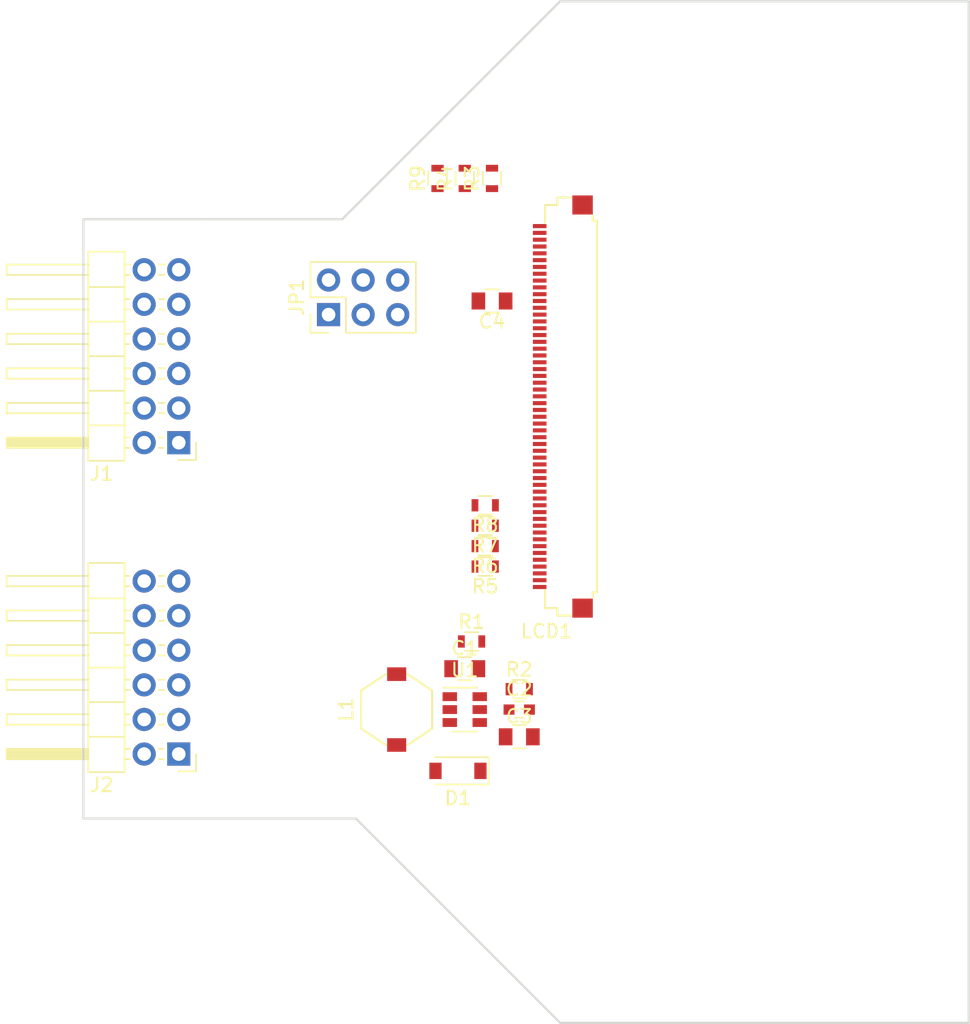
<source format=kicad_pcb>
(kicad_pcb (version 20170123) (host pcbnew "(2017-08-27 revision e3c64f1f0)-master")

  (general
    (thickness 1.6)
    (drawings 19)
    (tracks 0)
    (zones 0)
    (modules 20)
    (nets 38)
  )

  (page A4)
  (layers
    (0 F.Cu signal)
    (31 B.Cu signal)
    (32 B.Adhes user)
    (33 F.Adhes user)
    (34 B.Paste user)
    (35 F.Paste user)
    (36 B.SilkS user)
    (37 F.SilkS user)
    (38 B.Mask user)
    (39 F.Mask user)
    (40 Dwgs.User user)
    (41 Cmts.User user)
    (42 Eco1.User user)
    (43 Eco2.User user)
    (44 Edge.Cuts user)
    (45 Margin user)
    (46 B.CrtYd user)
    (47 F.CrtYd user)
    (48 B.Fab user)
    (49 F.Fab user)
  )

  (setup
    (last_trace_width 0.25)
    (trace_clearance 0)
    (zone_clearance 0.508)
    (zone_45_only no)
    (trace_min 0.2)
    (segment_width 0.2)
    (edge_width 0.15)
    (via_size 0.8)
    (via_drill 0.4)
    (via_min_size 0.4)
    (via_min_drill 0.3)
    (uvia_size 0.3)
    (uvia_drill 0.1)
    (uvias_allowed no)
    (uvia_min_size 0.2)
    (uvia_min_drill 0.1)
    (pcb_text_width 0.3)
    (pcb_text_size 1.5 1.5)
    (mod_edge_width 0.15)
    (mod_text_size 1 1)
    (mod_text_width 0.15)
    (pad_size 1.524 1.524)
    (pad_drill 0.762)
    (pad_to_mask_clearance 0.2)
    (aux_axis_origin 0 0)
    (visible_elements FFFFFF7F)
    (pcbplotparams
      (layerselection 0x00030_ffffffff)
      (usegerberextensions false)
      (excludeedgelayer true)
      (linewidth 0.100000)
      (plotframeref false)
      (viasonmask false)
      (mode 1)
      (useauxorigin false)
      (hpglpennumber 1)
      (hpglpenspeed 20)
      (hpglpendiameter 15)
      (psnegative false)
      (psa4output false)
      (plotreference true)
      (plotvalue true)
      (plotinvisibletext false)
      (padsonsilk false)
      (subtractmaskfromsilk false)
      (outputformat 1)
      (mirror false)
      (drillshape 1)
      (scaleselection 1)
      (outputdirectory ""))
  )

  (net 0 "")
  (net 1 "Net-(C2-Pad1)")
  (net 2 /VBL-)
  (net 3 GND)
  (net 4 "Net-(D1-Pad2)")
  (net 5 "Net-(R1-Pad1)")
  (net 6 +3V3)
  (net 7 /IF0)
  (net 8 /SPDAT)
  (net 9 /SPCLK)
  (net 10 /SPENA)
  (net 11 /~RESET)
  (net 12 /IF1)
  (net 13 /IF2)
  (net 14 /DEN)
  (net 15 /DCLK)
  (net 16 /VSYNC)
  (net 17 /HSYNC)
  (net 18 /DX0)
  (net 19 /DX1)
  (net 20 /DX2)
  (net 21 /DX3)
  (net 22 /DX4)
  (net 23 /DX5)
  (net 24 /DX6)
  (net 25 /DX7)
  (net 26 /VBL+)
  (net 27 "Net-(LCD1-Pad51)")
  (net 28 "Net-(LCD1-Pad47)")
  (net 29 "Net-(LCD1-Pad46)")
  (net 30 "Net-(LCD1-Pad45)")
  (net 31 "Net-(LCD1-Pad44)")
  (net 32 "Net-(LCD1-Pad43)")
  (net 33 "Net-(LCD1-Pad40)")
  (net 34 "Net-(LCD1-Pad39)")
  (net 35 "Net-(LCD1-Pad7)")
  (net 36 "Net-(LCD1-Pad6)")
  (net 37 "Net-(LCD1-Pad5)")

  (net_class Default "This is the default net class."
    (clearance 0)
    (trace_width 0.25)
    (via_dia 0.8)
    (via_drill 0.4)
    (uvia_dia 0.3)
    (uvia_drill 0.1)
    (add_net +3V3)
    (add_net /DCLK)
    (add_net /DEN)
    (add_net /DX0)
    (add_net /DX1)
    (add_net /DX2)
    (add_net /DX3)
    (add_net /DX4)
    (add_net /DX5)
    (add_net /DX6)
    (add_net /DX7)
    (add_net /HSYNC)
    (add_net /IF0)
    (add_net /IF1)
    (add_net /IF2)
    (add_net /SPCLK)
    (add_net /SPDAT)
    (add_net /SPENA)
    (add_net /VBL+)
    (add_net /VBL-)
    (add_net /VSYNC)
    (add_net /~RESET)
    (add_net GND)
    (add_net "Net-(C2-Pad1)")
    (add_net "Net-(D1-Pad2)")
    (add_net "Net-(LCD1-Pad39)")
    (add_net "Net-(LCD1-Pad40)")
    (add_net "Net-(LCD1-Pad43)")
    (add_net "Net-(LCD1-Pad44)")
    (add_net "Net-(LCD1-Pad45)")
    (add_net "Net-(LCD1-Pad46)")
    (add_net "Net-(LCD1-Pad47)")
    (add_net "Net-(LCD1-Pad5)")
    (add_net "Net-(LCD1-Pad51)")
    (add_net "Net-(LCD1-Pad6)")
    (add_net "Net-(LCD1-Pad7)")
    (add_net "Net-(R1-Pad1)")
  )

  (module "Custom Parts:PMOD_2x06_2.54mm" (layer F.Cu) (tedit 5A4A9F9F) (tstamp 5A4AAEAE)
    (at 114 65.405 180)
    (descr "Through hole angled pin header, 2x06, 2.54mm pitch, 6mm pin length, double rows")
    (tags "Through hole angled pin header THT 2x06 2.54mm double row")
    (path /5A4AA63D)
    (fp_text reference J1 (at 5.655 -2.27 180) (layer F.SilkS)
      (effects (font (size 1 1) (thickness 0.15)))
    )
    (fp_text value PMOD_0 (at 5.655 14.97 180) (layer F.Fab)
      (effects (font (size 1 1) (thickness 0.15)))
    )
    (fp_line (start 4.675 -1.27) (end 6.58 -1.27) (layer F.Fab) (width 0.1))
    (fp_line (start 6.58 -1.27) (end 6.58 13.97) (layer F.Fab) (width 0.1))
    (fp_line (start 6.58 13.97) (end 4.04 13.97) (layer F.Fab) (width 0.1))
    (fp_line (start 4.04 13.97) (end 4.04 -0.635) (layer F.Fab) (width 0.1))
    (fp_line (start 4.04 -0.635) (end 4.675 -1.27) (layer F.Fab) (width 0.1))
    (fp_line (start -0.32 -0.32) (end 4.04 -0.32) (layer F.Fab) (width 0.1))
    (fp_line (start -0.32 -0.32) (end -0.32 0.32) (layer F.Fab) (width 0.1))
    (fp_line (start -0.32 0.32) (end 4.04 0.32) (layer F.Fab) (width 0.1))
    (fp_line (start 6.58 -0.32) (end 12.58 -0.32) (layer F.Fab) (width 0.1))
    (fp_line (start 12.58 -0.32) (end 12.58 0.32) (layer F.Fab) (width 0.1))
    (fp_line (start 6.58 0.32) (end 12.58 0.32) (layer F.Fab) (width 0.1))
    (fp_line (start -0.32 2.22) (end 4.04 2.22) (layer F.Fab) (width 0.1))
    (fp_line (start -0.32 2.22) (end -0.32 2.86) (layer F.Fab) (width 0.1))
    (fp_line (start -0.32 2.86) (end 4.04 2.86) (layer F.Fab) (width 0.1))
    (fp_line (start 6.58 2.22) (end 12.58 2.22) (layer F.Fab) (width 0.1))
    (fp_line (start 12.58 2.22) (end 12.58 2.86) (layer F.Fab) (width 0.1))
    (fp_line (start 6.58 2.86) (end 12.58 2.86) (layer F.Fab) (width 0.1))
    (fp_line (start -0.32 4.76) (end 4.04 4.76) (layer F.Fab) (width 0.1))
    (fp_line (start -0.32 4.76) (end -0.32 5.4) (layer F.Fab) (width 0.1))
    (fp_line (start -0.32 5.4) (end 4.04 5.4) (layer F.Fab) (width 0.1))
    (fp_line (start 6.58 4.76) (end 12.58 4.76) (layer F.Fab) (width 0.1))
    (fp_line (start 12.58 4.76) (end 12.58 5.4) (layer F.Fab) (width 0.1))
    (fp_line (start 6.58 5.4) (end 12.58 5.4) (layer F.Fab) (width 0.1))
    (fp_line (start -0.32 7.3) (end 4.04 7.3) (layer F.Fab) (width 0.1))
    (fp_line (start -0.32 7.3) (end -0.32 7.94) (layer F.Fab) (width 0.1))
    (fp_line (start -0.32 7.94) (end 4.04 7.94) (layer F.Fab) (width 0.1))
    (fp_line (start 6.58 7.3) (end 12.58 7.3) (layer F.Fab) (width 0.1))
    (fp_line (start 12.58 7.3) (end 12.58 7.94) (layer F.Fab) (width 0.1))
    (fp_line (start 6.58 7.94) (end 12.58 7.94) (layer F.Fab) (width 0.1))
    (fp_line (start -0.32 9.84) (end 4.04 9.84) (layer F.Fab) (width 0.1))
    (fp_line (start -0.32 9.84) (end -0.32 10.48) (layer F.Fab) (width 0.1))
    (fp_line (start -0.32 10.48) (end 4.04 10.48) (layer F.Fab) (width 0.1))
    (fp_line (start 6.58 9.84) (end 12.58 9.84) (layer F.Fab) (width 0.1))
    (fp_line (start 12.58 9.84) (end 12.58 10.48) (layer F.Fab) (width 0.1))
    (fp_line (start 6.58 10.48) (end 12.58 10.48) (layer F.Fab) (width 0.1))
    (fp_line (start -0.32 12.38) (end 4.04 12.38) (layer F.Fab) (width 0.1))
    (fp_line (start -0.32 12.38) (end -0.32 13.02) (layer F.Fab) (width 0.1))
    (fp_line (start -0.32 13.02) (end 4.04 13.02) (layer F.Fab) (width 0.1))
    (fp_line (start 6.58 12.38) (end 12.58 12.38) (layer F.Fab) (width 0.1))
    (fp_line (start 12.58 12.38) (end 12.58 13.02) (layer F.Fab) (width 0.1))
    (fp_line (start 6.58 13.02) (end 12.58 13.02) (layer F.Fab) (width 0.1))
    (fp_line (start 3.98 -1.33) (end 3.98 14.03) (layer F.SilkS) (width 0.12))
    (fp_line (start 3.98 14.03) (end 6.64 14.03) (layer F.SilkS) (width 0.12))
    (fp_line (start 6.64 14.03) (end 6.64 -1.33) (layer F.SilkS) (width 0.12))
    (fp_line (start 6.64 -1.33) (end 3.98 -1.33) (layer F.SilkS) (width 0.12))
    (fp_line (start 6.64 -0.38) (end 12.64 -0.38) (layer F.SilkS) (width 0.12))
    (fp_line (start 12.64 -0.38) (end 12.64 0.38) (layer F.SilkS) (width 0.12))
    (fp_line (start 12.64 0.38) (end 6.64 0.38) (layer F.SilkS) (width 0.12))
    (fp_line (start 6.64 -0.32) (end 12.64 -0.32) (layer F.SilkS) (width 0.12))
    (fp_line (start 6.64 -0.2) (end 12.64 -0.2) (layer F.SilkS) (width 0.12))
    (fp_line (start 6.64 -0.08) (end 12.64 -0.08) (layer F.SilkS) (width 0.12))
    (fp_line (start 6.64 0.04) (end 12.64 0.04) (layer F.SilkS) (width 0.12))
    (fp_line (start 6.64 0.16) (end 12.64 0.16) (layer F.SilkS) (width 0.12))
    (fp_line (start 6.64 0.28) (end 12.64 0.28) (layer F.SilkS) (width 0.12))
    (fp_line (start 3.582929 -0.38) (end 3.98 -0.38) (layer F.SilkS) (width 0.12))
    (fp_line (start 3.582929 0.38) (end 3.98 0.38) (layer F.SilkS) (width 0.12))
    (fp_line (start 1.11 -0.38) (end 1.497071 -0.38) (layer F.SilkS) (width 0.12))
    (fp_line (start 1.11 0.38) (end 1.497071 0.38) (layer F.SilkS) (width 0.12))
    (fp_line (start 3.98 1.27) (end 6.64 1.27) (layer F.SilkS) (width 0.12))
    (fp_line (start 6.64 2.16) (end 12.64 2.16) (layer F.SilkS) (width 0.12))
    (fp_line (start 12.64 2.16) (end 12.64 2.92) (layer F.SilkS) (width 0.12))
    (fp_line (start 12.64 2.92) (end 6.64 2.92) (layer F.SilkS) (width 0.12))
    (fp_line (start 3.582929 2.16) (end 3.98 2.16) (layer F.SilkS) (width 0.12))
    (fp_line (start 3.582929 2.92) (end 3.98 2.92) (layer F.SilkS) (width 0.12))
    (fp_line (start 1.042929 2.16) (end 1.497071 2.16) (layer F.SilkS) (width 0.12))
    (fp_line (start 1.042929 2.92) (end 1.497071 2.92) (layer F.SilkS) (width 0.12))
    (fp_line (start 3.98 3.81) (end 6.64 3.81) (layer F.SilkS) (width 0.12))
    (fp_line (start 6.64 4.7) (end 12.64 4.7) (layer F.SilkS) (width 0.12))
    (fp_line (start 12.64 4.7) (end 12.64 5.46) (layer F.SilkS) (width 0.12))
    (fp_line (start 12.64 5.46) (end 6.64 5.46) (layer F.SilkS) (width 0.12))
    (fp_line (start 3.582929 4.7) (end 3.98 4.7) (layer F.SilkS) (width 0.12))
    (fp_line (start 3.582929 5.46) (end 3.98 5.46) (layer F.SilkS) (width 0.12))
    (fp_line (start 1.042929 4.7) (end 1.497071 4.7) (layer F.SilkS) (width 0.12))
    (fp_line (start 1.042929 5.46) (end 1.497071 5.46) (layer F.SilkS) (width 0.12))
    (fp_line (start 3.98 6.35) (end 6.64 6.35) (layer F.SilkS) (width 0.12))
    (fp_line (start 6.64 7.24) (end 12.64 7.24) (layer F.SilkS) (width 0.12))
    (fp_line (start 12.64 7.24) (end 12.64 8) (layer F.SilkS) (width 0.12))
    (fp_line (start 12.64 8) (end 6.64 8) (layer F.SilkS) (width 0.12))
    (fp_line (start 3.582929 7.24) (end 3.98 7.24) (layer F.SilkS) (width 0.12))
    (fp_line (start 3.582929 8) (end 3.98 8) (layer F.SilkS) (width 0.12))
    (fp_line (start 1.042929 7.24) (end 1.497071 7.24) (layer F.SilkS) (width 0.12))
    (fp_line (start 1.042929 8) (end 1.497071 8) (layer F.SilkS) (width 0.12))
    (fp_line (start 3.98 8.89) (end 6.64 8.89) (layer F.SilkS) (width 0.12))
    (fp_line (start 6.64 9.78) (end 12.64 9.78) (layer F.SilkS) (width 0.12))
    (fp_line (start 12.64 9.78) (end 12.64 10.54) (layer F.SilkS) (width 0.12))
    (fp_line (start 12.64 10.54) (end 6.64 10.54) (layer F.SilkS) (width 0.12))
    (fp_line (start 3.582929 9.78) (end 3.98 9.78) (layer F.SilkS) (width 0.12))
    (fp_line (start 3.582929 10.54) (end 3.98 10.54) (layer F.SilkS) (width 0.12))
    (fp_line (start 1.042929 9.78) (end 1.497071 9.78) (layer F.SilkS) (width 0.12))
    (fp_line (start 1.042929 10.54) (end 1.497071 10.54) (layer F.SilkS) (width 0.12))
    (fp_line (start 3.98 11.43) (end 6.64 11.43) (layer F.SilkS) (width 0.12))
    (fp_line (start 6.64 12.32) (end 12.64 12.32) (layer F.SilkS) (width 0.12))
    (fp_line (start 12.64 12.32) (end 12.64 13.08) (layer F.SilkS) (width 0.12))
    (fp_line (start 12.64 13.08) (end 6.64 13.08) (layer F.SilkS) (width 0.12))
    (fp_line (start 3.582929 12.32) (end 3.98 12.32) (layer F.SilkS) (width 0.12))
    (fp_line (start 3.582929 13.08) (end 3.98 13.08) (layer F.SilkS) (width 0.12))
    (fp_line (start 1.042929 12.32) (end 1.497071 12.32) (layer F.SilkS) (width 0.12))
    (fp_line (start 1.042929 13.08) (end 1.497071 13.08) (layer F.SilkS) (width 0.12))
    (fp_line (start -1.27 0) (end -1.27 -1.27) (layer F.SilkS) (width 0.12))
    (fp_line (start -1.27 -1.27) (end 0 -1.27) (layer F.SilkS) (width 0.12))
    (fp_line (start -1.8 -1.8) (end -1.8 14.5) (layer F.CrtYd) (width 0.05))
    (fp_line (start -1.8 14.5) (end 13.1 14.5) (layer F.CrtYd) (width 0.05))
    (fp_line (start 13.1 14.5) (end 13.1 -1.8) (layer F.CrtYd) (width 0.05))
    (fp_line (start 13.1 -1.8) (end -1.8 -1.8) (layer F.CrtYd) (width 0.05))
    (fp_text user %R (at 5.31 6.35 270) (layer F.Fab)
      (effects (font (size 1 1) (thickness 0.15)))
    )
    (pad 6 thru_hole rect (at 0 0 180) (size 1.7 1.7) (drill 1) (layers *.Cu *.Mask)
      (net 6 +3V3))
    (pad 12 thru_hole oval (at 2.54 0 180) (size 1.7 1.7) (drill 1) (layers *.Cu *.Mask)
      (net 6 +3V3))
    (pad 5 thru_hole oval (at 0 2.54 180) (size 1.7 1.7) (drill 1) (layers *.Cu *.Mask)
      (net 3 GND))
    (pad 11 thru_hole oval (at 2.54 2.54 180) (size 1.7 1.7) (drill 1) (layers *.Cu *.Mask)
      (net 3 GND))
    (pad 4 thru_hole oval (at 0 5.08 180) (size 1.7 1.7) (drill 1) (layers *.Cu *.Mask)
      (net 10 /SPENA))
    (pad 10 thru_hole oval (at 2.54 5.08 180) (size 1.7 1.7) (drill 1) (layers *.Cu *.Mask)
      (net 11 /~RESET))
    (pad 3 thru_hole oval (at 0 7.62 180) (size 1.7 1.7) (drill 1) (layers *.Cu *.Mask)
      (net 8 /SPDAT))
    (pad 9 thru_hole oval (at 2.54 7.62 180) (size 1.7 1.7) (drill 1) (layers *.Cu *.Mask)
      (net 9 /SPCLK))
    (pad 2 thru_hole oval (at 0 10.16 180) (size 1.7 1.7) (drill 1) (layers *.Cu *.Mask)
      (net 16 /VSYNC))
    (pad 8 thru_hole oval (at 2.54 10.16 180) (size 1.7 1.7) (drill 1) (layers *.Cu *.Mask)
      (net 17 /HSYNC))
    (pad 1 thru_hole oval (at 0 12.7 180) (size 1.7 1.7) (drill 1) (layers *.Cu *.Mask)
      (net 15 /DCLK))
    (pad 7 thru_hole oval (at 2.54 12.7 180) (size 1.7 1.7) (drill 1) (layers *.Cu *.Mask)
      (net 14 /DEN))
    (model ${KISYS3DMOD}/Pin_Headers.3dshapes/Pin_Header_Angled_2x06_Pitch2.54mm.wrl
      (at (xyz 0 0 0))
      (scale (xyz 1 1 1))
      (rotate (xyz 0 0 0))
    )
  )

  (module "Custom Parts:PMOD_2x06_2.54mm" (layer F.Cu) (tedit 5A4A9F9F) (tstamp 5A4AAE36)
    (at 114 88.265 180)
    (descr "Through hole angled pin header, 2x06, 2.54mm pitch, 6mm pin length, double rows")
    (tags "Through hole angled pin header THT 2x06 2.54mm double row")
    (path /5A4AB6FC)
    (fp_text reference J2 (at 5.655 -2.27 180) (layer F.SilkS)
      (effects (font (size 1 1) (thickness 0.15)))
    )
    (fp_text value PMOD_1 (at 5.655 14.97 180) (layer F.Fab)
      (effects (font (size 1 1) (thickness 0.15)))
    )
    (fp_text user %R (at 5.31 6.35 270) (layer F.Fab)
      (effects (font (size 1 1) (thickness 0.15)))
    )
    (fp_line (start 13.1 -1.8) (end -1.8 -1.8) (layer F.CrtYd) (width 0.05))
    (fp_line (start 13.1 14.5) (end 13.1 -1.8) (layer F.CrtYd) (width 0.05))
    (fp_line (start -1.8 14.5) (end 13.1 14.5) (layer F.CrtYd) (width 0.05))
    (fp_line (start -1.8 -1.8) (end -1.8 14.5) (layer F.CrtYd) (width 0.05))
    (fp_line (start -1.27 -1.27) (end 0 -1.27) (layer F.SilkS) (width 0.12))
    (fp_line (start -1.27 0) (end -1.27 -1.27) (layer F.SilkS) (width 0.12))
    (fp_line (start 1.042929 13.08) (end 1.497071 13.08) (layer F.SilkS) (width 0.12))
    (fp_line (start 1.042929 12.32) (end 1.497071 12.32) (layer F.SilkS) (width 0.12))
    (fp_line (start 3.582929 13.08) (end 3.98 13.08) (layer F.SilkS) (width 0.12))
    (fp_line (start 3.582929 12.32) (end 3.98 12.32) (layer F.SilkS) (width 0.12))
    (fp_line (start 12.64 13.08) (end 6.64 13.08) (layer F.SilkS) (width 0.12))
    (fp_line (start 12.64 12.32) (end 12.64 13.08) (layer F.SilkS) (width 0.12))
    (fp_line (start 6.64 12.32) (end 12.64 12.32) (layer F.SilkS) (width 0.12))
    (fp_line (start 3.98 11.43) (end 6.64 11.43) (layer F.SilkS) (width 0.12))
    (fp_line (start 1.042929 10.54) (end 1.497071 10.54) (layer F.SilkS) (width 0.12))
    (fp_line (start 1.042929 9.78) (end 1.497071 9.78) (layer F.SilkS) (width 0.12))
    (fp_line (start 3.582929 10.54) (end 3.98 10.54) (layer F.SilkS) (width 0.12))
    (fp_line (start 3.582929 9.78) (end 3.98 9.78) (layer F.SilkS) (width 0.12))
    (fp_line (start 12.64 10.54) (end 6.64 10.54) (layer F.SilkS) (width 0.12))
    (fp_line (start 12.64 9.78) (end 12.64 10.54) (layer F.SilkS) (width 0.12))
    (fp_line (start 6.64 9.78) (end 12.64 9.78) (layer F.SilkS) (width 0.12))
    (fp_line (start 3.98 8.89) (end 6.64 8.89) (layer F.SilkS) (width 0.12))
    (fp_line (start 1.042929 8) (end 1.497071 8) (layer F.SilkS) (width 0.12))
    (fp_line (start 1.042929 7.24) (end 1.497071 7.24) (layer F.SilkS) (width 0.12))
    (fp_line (start 3.582929 8) (end 3.98 8) (layer F.SilkS) (width 0.12))
    (fp_line (start 3.582929 7.24) (end 3.98 7.24) (layer F.SilkS) (width 0.12))
    (fp_line (start 12.64 8) (end 6.64 8) (layer F.SilkS) (width 0.12))
    (fp_line (start 12.64 7.24) (end 12.64 8) (layer F.SilkS) (width 0.12))
    (fp_line (start 6.64 7.24) (end 12.64 7.24) (layer F.SilkS) (width 0.12))
    (fp_line (start 3.98 6.35) (end 6.64 6.35) (layer F.SilkS) (width 0.12))
    (fp_line (start 1.042929 5.46) (end 1.497071 5.46) (layer F.SilkS) (width 0.12))
    (fp_line (start 1.042929 4.7) (end 1.497071 4.7) (layer F.SilkS) (width 0.12))
    (fp_line (start 3.582929 5.46) (end 3.98 5.46) (layer F.SilkS) (width 0.12))
    (fp_line (start 3.582929 4.7) (end 3.98 4.7) (layer F.SilkS) (width 0.12))
    (fp_line (start 12.64 5.46) (end 6.64 5.46) (layer F.SilkS) (width 0.12))
    (fp_line (start 12.64 4.7) (end 12.64 5.46) (layer F.SilkS) (width 0.12))
    (fp_line (start 6.64 4.7) (end 12.64 4.7) (layer F.SilkS) (width 0.12))
    (fp_line (start 3.98 3.81) (end 6.64 3.81) (layer F.SilkS) (width 0.12))
    (fp_line (start 1.042929 2.92) (end 1.497071 2.92) (layer F.SilkS) (width 0.12))
    (fp_line (start 1.042929 2.16) (end 1.497071 2.16) (layer F.SilkS) (width 0.12))
    (fp_line (start 3.582929 2.92) (end 3.98 2.92) (layer F.SilkS) (width 0.12))
    (fp_line (start 3.582929 2.16) (end 3.98 2.16) (layer F.SilkS) (width 0.12))
    (fp_line (start 12.64 2.92) (end 6.64 2.92) (layer F.SilkS) (width 0.12))
    (fp_line (start 12.64 2.16) (end 12.64 2.92) (layer F.SilkS) (width 0.12))
    (fp_line (start 6.64 2.16) (end 12.64 2.16) (layer F.SilkS) (width 0.12))
    (fp_line (start 3.98 1.27) (end 6.64 1.27) (layer F.SilkS) (width 0.12))
    (fp_line (start 1.11 0.38) (end 1.497071 0.38) (layer F.SilkS) (width 0.12))
    (fp_line (start 1.11 -0.38) (end 1.497071 -0.38) (layer F.SilkS) (width 0.12))
    (fp_line (start 3.582929 0.38) (end 3.98 0.38) (layer F.SilkS) (width 0.12))
    (fp_line (start 3.582929 -0.38) (end 3.98 -0.38) (layer F.SilkS) (width 0.12))
    (fp_line (start 6.64 0.28) (end 12.64 0.28) (layer F.SilkS) (width 0.12))
    (fp_line (start 6.64 0.16) (end 12.64 0.16) (layer F.SilkS) (width 0.12))
    (fp_line (start 6.64 0.04) (end 12.64 0.04) (layer F.SilkS) (width 0.12))
    (fp_line (start 6.64 -0.08) (end 12.64 -0.08) (layer F.SilkS) (width 0.12))
    (fp_line (start 6.64 -0.2) (end 12.64 -0.2) (layer F.SilkS) (width 0.12))
    (fp_line (start 6.64 -0.32) (end 12.64 -0.32) (layer F.SilkS) (width 0.12))
    (fp_line (start 12.64 0.38) (end 6.64 0.38) (layer F.SilkS) (width 0.12))
    (fp_line (start 12.64 -0.38) (end 12.64 0.38) (layer F.SilkS) (width 0.12))
    (fp_line (start 6.64 -0.38) (end 12.64 -0.38) (layer F.SilkS) (width 0.12))
    (fp_line (start 6.64 -1.33) (end 3.98 -1.33) (layer F.SilkS) (width 0.12))
    (fp_line (start 6.64 14.03) (end 6.64 -1.33) (layer F.SilkS) (width 0.12))
    (fp_line (start 3.98 14.03) (end 6.64 14.03) (layer F.SilkS) (width 0.12))
    (fp_line (start 3.98 -1.33) (end 3.98 14.03) (layer F.SilkS) (width 0.12))
    (fp_line (start 6.58 13.02) (end 12.58 13.02) (layer F.Fab) (width 0.1))
    (fp_line (start 12.58 12.38) (end 12.58 13.02) (layer F.Fab) (width 0.1))
    (fp_line (start 6.58 12.38) (end 12.58 12.38) (layer F.Fab) (width 0.1))
    (fp_line (start -0.32 13.02) (end 4.04 13.02) (layer F.Fab) (width 0.1))
    (fp_line (start -0.32 12.38) (end -0.32 13.02) (layer F.Fab) (width 0.1))
    (fp_line (start -0.32 12.38) (end 4.04 12.38) (layer F.Fab) (width 0.1))
    (fp_line (start 6.58 10.48) (end 12.58 10.48) (layer F.Fab) (width 0.1))
    (fp_line (start 12.58 9.84) (end 12.58 10.48) (layer F.Fab) (width 0.1))
    (fp_line (start 6.58 9.84) (end 12.58 9.84) (layer F.Fab) (width 0.1))
    (fp_line (start -0.32 10.48) (end 4.04 10.48) (layer F.Fab) (width 0.1))
    (fp_line (start -0.32 9.84) (end -0.32 10.48) (layer F.Fab) (width 0.1))
    (fp_line (start -0.32 9.84) (end 4.04 9.84) (layer F.Fab) (width 0.1))
    (fp_line (start 6.58 7.94) (end 12.58 7.94) (layer F.Fab) (width 0.1))
    (fp_line (start 12.58 7.3) (end 12.58 7.94) (layer F.Fab) (width 0.1))
    (fp_line (start 6.58 7.3) (end 12.58 7.3) (layer F.Fab) (width 0.1))
    (fp_line (start -0.32 7.94) (end 4.04 7.94) (layer F.Fab) (width 0.1))
    (fp_line (start -0.32 7.3) (end -0.32 7.94) (layer F.Fab) (width 0.1))
    (fp_line (start -0.32 7.3) (end 4.04 7.3) (layer F.Fab) (width 0.1))
    (fp_line (start 6.58 5.4) (end 12.58 5.4) (layer F.Fab) (width 0.1))
    (fp_line (start 12.58 4.76) (end 12.58 5.4) (layer F.Fab) (width 0.1))
    (fp_line (start 6.58 4.76) (end 12.58 4.76) (layer F.Fab) (width 0.1))
    (fp_line (start -0.32 5.4) (end 4.04 5.4) (layer F.Fab) (width 0.1))
    (fp_line (start -0.32 4.76) (end -0.32 5.4) (layer F.Fab) (width 0.1))
    (fp_line (start -0.32 4.76) (end 4.04 4.76) (layer F.Fab) (width 0.1))
    (fp_line (start 6.58 2.86) (end 12.58 2.86) (layer F.Fab) (width 0.1))
    (fp_line (start 12.58 2.22) (end 12.58 2.86) (layer F.Fab) (width 0.1))
    (fp_line (start 6.58 2.22) (end 12.58 2.22) (layer F.Fab) (width 0.1))
    (fp_line (start -0.32 2.86) (end 4.04 2.86) (layer F.Fab) (width 0.1))
    (fp_line (start -0.32 2.22) (end -0.32 2.86) (layer F.Fab) (width 0.1))
    (fp_line (start -0.32 2.22) (end 4.04 2.22) (layer F.Fab) (width 0.1))
    (fp_line (start 6.58 0.32) (end 12.58 0.32) (layer F.Fab) (width 0.1))
    (fp_line (start 12.58 -0.32) (end 12.58 0.32) (layer F.Fab) (width 0.1))
    (fp_line (start 6.58 -0.32) (end 12.58 -0.32) (layer F.Fab) (width 0.1))
    (fp_line (start -0.32 0.32) (end 4.04 0.32) (layer F.Fab) (width 0.1))
    (fp_line (start -0.32 -0.32) (end -0.32 0.32) (layer F.Fab) (width 0.1))
    (fp_line (start -0.32 -0.32) (end 4.04 -0.32) (layer F.Fab) (width 0.1))
    (fp_line (start 4.04 -0.635) (end 4.675 -1.27) (layer F.Fab) (width 0.1))
    (fp_line (start 4.04 13.97) (end 4.04 -0.635) (layer F.Fab) (width 0.1))
    (fp_line (start 6.58 13.97) (end 4.04 13.97) (layer F.Fab) (width 0.1))
    (fp_line (start 6.58 -1.27) (end 6.58 13.97) (layer F.Fab) (width 0.1))
    (fp_line (start 4.675 -1.27) (end 6.58 -1.27) (layer F.Fab) (width 0.1))
    (pad 7 thru_hole oval (at 2.54 12.7 180) (size 1.7 1.7) (drill 1) (layers *.Cu *.Mask)
      (net 25 /DX7))
    (pad 1 thru_hole oval (at 0 12.7 180) (size 1.7 1.7) (drill 1) (layers *.Cu *.Mask)
      (net 24 /DX6))
    (pad 8 thru_hole oval (at 2.54 10.16 180) (size 1.7 1.7) (drill 1) (layers *.Cu *.Mask)
      (net 23 /DX5))
    (pad 2 thru_hole oval (at 0 10.16 180) (size 1.7 1.7) (drill 1) (layers *.Cu *.Mask)
      (net 22 /DX4))
    (pad 9 thru_hole oval (at 2.54 7.62 180) (size 1.7 1.7) (drill 1) (layers *.Cu *.Mask)
      (net 21 /DX3))
    (pad 3 thru_hole oval (at 0 7.62 180) (size 1.7 1.7) (drill 1) (layers *.Cu *.Mask)
      (net 20 /DX2))
    (pad 10 thru_hole oval (at 2.54 5.08 180) (size 1.7 1.7) (drill 1) (layers *.Cu *.Mask)
      (net 19 /DX1))
    (pad 4 thru_hole oval (at 0 5.08 180) (size 1.7 1.7) (drill 1) (layers *.Cu *.Mask)
      (net 18 /DX0))
    (pad 11 thru_hole oval (at 2.54 2.54 180) (size 1.7 1.7) (drill 1) (layers *.Cu *.Mask)
      (net 3 GND))
    (pad 5 thru_hole oval (at 0 2.54 180) (size 1.7 1.7) (drill 1) (layers *.Cu *.Mask)
      (net 3 GND))
    (pad 12 thru_hole oval (at 2.54 0 180) (size 1.7 1.7) (drill 1) (layers *.Cu *.Mask)
      (net 6 +3V3))
    (pad 6 thru_hole rect (at 0 0 180) (size 1.7 1.7) (drill 1) (layers *.Cu *.Mask)
      (net 6 +3V3))
    (model ${KISYS3DMOD}/Pin_Headers.3dshapes/Pin_Header_Angled_2x06_Pitch2.54mm.wrl
      (at (xyz 0 0 0))
      (scale (xyz 1 1 1))
      (rotate (xyz 0 0 0))
    )
  )

  (module Capacitors_SMD:C_0603 (layer F.Cu) (tedit 59958EE7) (tstamp 5A4B8C2F)
    (at 139 85)
    (descr "Capacitor SMD 0603, reflow soldering, AVX (see smccp.pdf)")
    (tags "capacitor 0603")
    (path /5A4ACA81)
    (attr smd)
    (fp_text reference C2 (at 0 -1.5) (layer F.SilkS)
      (effects (font (size 1 1) (thickness 0.15)))
    )
    (fp_text value 220n (at 0 1.5) (layer F.Fab)
      (effects (font (size 1 1) (thickness 0.15)))
    )
    (fp_text user %R (at 0 0) (layer F.Fab)
      (effects (font (size 0.3 0.3) (thickness 0.075)))
    )
    (fp_line (start -0.8 0.4) (end -0.8 -0.4) (layer F.Fab) (width 0.1))
    (fp_line (start 0.8 0.4) (end -0.8 0.4) (layer F.Fab) (width 0.1))
    (fp_line (start 0.8 -0.4) (end 0.8 0.4) (layer F.Fab) (width 0.1))
    (fp_line (start -0.8 -0.4) (end 0.8 -0.4) (layer F.Fab) (width 0.1))
    (fp_line (start -0.35 -0.6) (end 0.35 -0.6) (layer F.SilkS) (width 0.12))
    (fp_line (start 0.35 0.6) (end -0.35 0.6) (layer F.SilkS) (width 0.12))
    (fp_line (start -1.4 -0.65) (end 1.4 -0.65) (layer F.CrtYd) (width 0.05))
    (fp_line (start -1.4 -0.65) (end -1.4 0.65) (layer F.CrtYd) (width 0.05))
    (fp_line (start 1.4 0.65) (end 1.4 -0.65) (layer F.CrtYd) (width 0.05))
    (fp_line (start 1.4 0.65) (end -1.4 0.65) (layer F.CrtYd) (width 0.05))
    (pad 1 smd rect (at -0.75 0) (size 0.8 0.75) (layers F.Cu F.Paste F.Mask)
      (net 1 "Net-(C2-Pad1)"))
    (pad 2 smd rect (at 0.75 0) (size 0.8 0.75) (layers F.Cu F.Paste F.Mask)
      (net 3 GND))
    (model Capacitors_SMD.3dshapes/C_0603.wrl
      (at (xyz 0 0 0))
      (scale (xyz 1 1 1))
      (rotate (xyz 0 0 0))
    )
  )

  (module Capacitors_SMD:C_0805 (layer F.Cu) (tedit 58AA8463) (tstamp 5A4B8C1E)
    (at 139 87)
    (descr "Capacitor SMD 0805, reflow soldering, AVX (see smccp.pdf)")
    (tags "capacitor 0805")
    (path /5A4AD6DD)
    (attr smd)
    (fp_text reference C3 (at 0 -1.5) (layer F.SilkS)
      (effects (font (size 1 1) (thickness 0.15)))
    )
    (fp_text value 1µ/50V (at 0 1.75) (layer F.Fab)
      (effects (font (size 1 1) (thickness 0.15)))
    )
    (fp_line (start 1.75 0.87) (end -1.75 0.87) (layer F.CrtYd) (width 0.05))
    (fp_line (start 1.75 0.87) (end 1.75 -0.88) (layer F.CrtYd) (width 0.05))
    (fp_line (start -1.75 -0.88) (end -1.75 0.87) (layer F.CrtYd) (width 0.05))
    (fp_line (start -1.75 -0.88) (end 1.75 -0.88) (layer F.CrtYd) (width 0.05))
    (fp_line (start -0.5 0.85) (end 0.5 0.85) (layer F.SilkS) (width 0.12))
    (fp_line (start 0.5 -0.85) (end -0.5 -0.85) (layer F.SilkS) (width 0.12))
    (fp_line (start -1 -0.62) (end 1 -0.62) (layer F.Fab) (width 0.1))
    (fp_line (start 1 -0.62) (end 1 0.62) (layer F.Fab) (width 0.1))
    (fp_line (start 1 0.62) (end -1 0.62) (layer F.Fab) (width 0.1))
    (fp_line (start -1 0.62) (end -1 -0.62) (layer F.Fab) (width 0.1))
    (fp_text user %R (at 0 -1.5) (layer F.Fab)
      (effects (font (size 1 1) (thickness 0.15)))
    )
    (pad 2 smd rect (at 1 0) (size 1 1.25) (layers F.Cu F.Paste F.Mask)
      (net 3 GND))
    (pad 1 smd rect (at -1 0) (size 1 1.25) (layers F.Cu F.Paste F.Mask)
      (net 26 /VBL+))
    (model Capacitors_SMD.3dshapes/C_0805.wrl
      (at (xyz 0 0 0))
      (scale (xyz 1 1 1))
      (rotate (xyz 0 0 0))
    )
  )

  (module Capacitors_SMD:C_0805 (layer F.Cu) (tedit 58AA8463) (tstamp 5A4B8C0D)
    (at 137 55 180)
    (descr "Capacitor SMD 0805, reflow soldering, AVX (see smccp.pdf)")
    (tags "capacitor 0805")
    (path /5A4A96F9)
    (attr smd)
    (fp_text reference C4 (at 0 -1.5 180) (layer F.SilkS)
      (effects (font (size 1 1) (thickness 0.15)))
    )
    (fp_text value 10µ (at 0 1.75 180) (layer F.Fab)
      (effects (font (size 1 1) (thickness 0.15)))
    )
    (fp_text user %R (at 0 -1.5 180) (layer F.Fab)
      (effects (font (size 1 1) (thickness 0.15)))
    )
    (fp_line (start -1 0.62) (end -1 -0.62) (layer F.Fab) (width 0.1))
    (fp_line (start 1 0.62) (end -1 0.62) (layer F.Fab) (width 0.1))
    (fp_line (start 1 -0.62) (end 1 0.62) (layer F.Fab) (width 0.1))
    (fp_line (start -1 -0.62) (end 1 -0.62) (layer F.Fab) (width 0.1))
    (fp_line (start 0.5 -0.85) (end -0.5 -0.85) (layer F.SilkS) (width 0.12))
    (fp_line (start -0.5 0.85) (end 0.5 0.85) (layer F.SilkS) (width 0.12))
    (fp_line (start -1.75 -0.88) (end 1.75 -0.88) (layer F.CrtYd) (width 0.05))
    (fp_line (start -1.75 -0.88) (end -1.75 0.87) (layer F.CrtYd) (width 0.05))
    (fp_line (start 1.75 0.87) (end 1.75 -0.88) (layer F.CrtYd) (width 0.05))
    (fp_line (start 1.75 0.87) (end -1.75 0.87) (layer F.CrtYd) (width 0.05))
    (pad 1 smd rect (at -1 0 180) (size 1 1.25) (layers F.Cu F.Paste F.Mask)
      (net 6 +3V3))
    (pad 2 smd rect (at 1 0 180) (size 1 1.25) (layers F.Cu F.Paste F.Mask)
      (net 3 GND))
    (model Capacitors_SMD.3dshapes/C_0805.wrl
      (at (xyz 0 0 0))
      (scale (xyz 1 1 1))
      (rotate (xyz 0 0 0))
    )
  )

  (module Capacitors_SMD:C_0805 (layer F.Cu) (tedit 58AA8463) (tstamp 5A4B8BFC)
    (at 135 82)
    (descr "Capacitor SMD 0805, reflow soldering, AVX (see smccp.pdf)")
    (tags "capacitor 0805")
    (path /5A4AC1DF)
    (attr smd)
    (fp_text reference C1 (at 0 -1.5) (layer F.SilkS)
      (effects (font (size 1 1) (thickness 0.15)))
    )
    (fp_text value 10µ (at 0 1.75) (layer F.Fab)
      (effects (font (size 1 1) (thickness 0.15)))
    )
    (fp_line (start 1.75 0.87) (end -1.75 0.87) (layer F.CrtYd) (width 0.05))
    (fp_line (start 1.75 0.87) (end 1.75 -0.88) (layer F.CrtYd) (width 0.05))
    (fp_line (start -1.75 -0.88) (end -1.75 0.87) (layer F.CrtYd) (width 0.05))
    (fp_line (start -1.75 -0.88) (end 1.75 -0.88) (layer F.CrtYd) (width 0.05))
    (fp_line (start -0.5 0.85) (end 0.5 0.85) (layer F.SilkS) (width 0.12))
    (fp_line (start 0.5 -0.85) (end -0.5 -0.85) (layer F.SilkS) (width 0.12))
    (fp_line (start -1 -0.62) (end 1 -0.62) (layer F.Fab) (width 0.1))
    (fp_line (start 1 -0.62) (end 1 0.62) (layer F.Fab) (width 0.1))
    (fp_line (start 1 0.62) (end -1 0.62) (layer F.Fab) (width 0.1))
    (fp_line (start -1 0.62) (end -1 -0.62) (layer F.Fab) (width 0.1))
    (fp_text user %R (at 0 -1.5) (layer F.Fab)
      (effects (font (size 1 1) (thickness 0.15)))
    )
    (pad 2 smd rect (at 1 0) (size 1 1.25) (layers F.Cu F.Paste F.Mask)
      (net 3 GND))
    (pad 1 smd rect (at -1 0) (size 1 1.25) (layers F.Cu F.Paste F.Mask)
      (net 6 +3V3))
    (model Capacitors_SMD.3dshapes/C_0805.wrl
      (at (xyz 0 0 0))
      (scale (xyz 1 1 1))
      (rotate (xyz 0 0 0))
    )
  )

  (module "Custom Parts:MOLEX_51296-5494_54pin_0.5mm_BTM" (layer F.Cu) (tedit 5A4A968B) (tstamp 5A4B8BEB)
    (at 141 62.75 90)
    (path /5A4A88DD)
    (fp_text reference LCD1 (at -16.5 0 180) (layer F.SilkS)
      (effects (font (size 1 1) (thickness 0.15)))
    )
    (fp_text value LQ035NC111 (at 0 1.85 90) (layer F.Fab)
      (effects (font (size 1 1) (thickness 0.15)))
    )
    (fp_line (start 13.5 -0.1) (end 14 -0.1) (layer F.SilkS) (width 0.15))
    (fp_line (start 14 -0.1) (end 14.8 -0.1) (layer F.SilkS) (width 0.15))
    (fp_line (start 14.8 -0.1) (end 14.8 0.8) (layer F.SilkS) (width 0.15))
    (fp_line (start 15.35 0.8) (end 15.35 1.8) (layer F.SilkS) (width 0.15))
    (fp_line (start 14.8 0.8) (end 15.35 0.8) (layer F.SilkS) (width 0.15))
    (fp_line (start 14 3.4) (end 13.8 3.4) (layer F.SilkS) (width 0.15))
    (fp_line (start -13.65 3.4) (end -14 3.4) (layer F.SilkS) (width 0.15))
    (fp_line (start -13.65 3.7) (end -13.65 3.4) (layer F.SilkS) (width 0.15))
    (fp_line (start 13.65 3.7) (end -13.65 3.7) (layer F.SilkS) (width 0.15))
    (fp_line (start 13.65 3.4) (end 13.65 3.7) (layer F.SilkS) (width 0.15))
    (fp_line (start 13.8 3.4) (end 13.65 3.4) (layer F.SilkS) (width 0.15))
    (fp_line (start -15.35 1.8) (end -15.35 1) (layer F.SilkS) (width 0.15))
    (fp_line (start -15.35 1) (end -15.35 0.8) (layer F.SilkS) (width 0.15))
    (fp_line (start -14.8 0.8) (end -15.35 0.8) (layer F.SilkS) (width 0.15))
    (fp_line (start -14.8 -0.1) (end -13.5 -0.1) (layer F.SilkS) (width 0.15))
    (fp_line (start -14.8 0.8) (end -14.8 -0.1) (layer F.SilkS) (width 0.15))
    (pad M smd rect (at 14.8 2.65 90) (size 1.4 1.5) (layers F.Cu F.Paste F.Mask))
    (pad M smd rect (at -14.8 2.65 90) (size 1.4 1.5) (layers F.Cu F.Paste F.Mask))
    (pad 54 smd rect (at 13.25 -0.5 90) (size 0.3 1) (layers F.Cu F.Paste F.Mask)
      (net 3 GND))
    (pad 53 smd rect (at 12.75 -0.5 90) (size 0.3 1) (layers F.Cu F.Paste F.Mask)
      (net 3 GND))
    (pad 52 smd rect (at 12.25 -0.5 90) (size 0.3 1) (layers F.Cu F.Paste F.Mask)
      (net 14 /DEN))
    (pad 51 smd rect (at 11.75 -0.5 90) (size 0.3 1) (layers F.Cu F.Paste F.Mask)
      (net 27 "Net-(LCD1-Pad51)"))
    (pad 50 smd rect (at 11.25 -0.5 90) (size 0.3 1) (layers F.Cu F.Paste F.Mask)
      (net 7 /IF0))
    (pad 49 smd rect (at 10.75 -0.5 90) (size 0.3 1) (layers F.Cu F.Paste F.Mask)
      (net 12 /IF1))
    (pad 48 smd rect (at 10.25 -0.5 90) (size 0.3 1) (layers F.Cu F.Paste F.Mask)
      (net 13 /IF2))
    (pad 47 smd rect (at 9.75 -0.5 90) (size 0.3 1) (layers F.Cu F.Paste F.Mask)
      (net 28 "Net-(LCD1-Pad47)"))
    (pad 46 smd rect (at 9.25 -0.5 90) (size 0.3 1) (layers F.Cu F.Paste F.Mask)
      (net 29 "Net-(LCD1-Pad46)"))
    (pad 45 smd rect (at 8.75 -0.5 90) (size 0.3 1) (layers F.Cu F.Paste F.Mask)
      (net 30 "Net-(LCD1-Pad45)"))
    (pad 44 smd rect (at 8.25 -0.5 90) (size 0.3 1) (layers F.Cu F.Paste F.Mask)
      (net 31 "Net-(LCD1-Pad44)"))
    (pad 43 smd rect (at 7.75 -0.5 90) (size 0.3 1) (layers F.Cu F.Paste F.Mask)
      (net 32 "Net-(LCD1-Pad43)"))
    (pad 42 smd rect (at 7.25 -0.5 90) (size 0.3 1) (layers F.Cu F.Paste F.Mask)
      (net 6 +3V3))
    (pad 41 smd rect (at 6.75 -0.5 90) (size 0.3 1) (layers F.Cu F.Paste F.Mask)
      (net 6 +3V3))
    (pad 40 smd rect (at 6.25 -0.5 90) (size 0.3 1) (layers F.Cu F.Paste F.Mask)
      (net 33 "Net-(LCD1-Pad40)"))
    (pad 39 smd rect (at 5.75 -0.5 90) (size 0.3 1) (layers F.Cu F.Paste F.Mask)
      (net 34 "Net-(LCD1-Pad39)"))
    (pad 38 smd rect (at 5.25 -0.5 90) (size 0.3 1) (layers F.Cu F.Paste F.Mask)
      (net 15 /DCLK))
    (pad 37 smd rect (at 4.75 -0.5 90) (size 0.3 1) (layers F.Cu F.Paste F.Mask)
      (net 16 /VSYNC))
    (pad 36 smd rect (at 4.25 -0.5 90) (size 0.3 1) (layers F.Cu F.Paste F.Mask)
      (net 17 /HSYNC))
    (pad 35 smd rect (at 3.75 -0.5 90) (size 0.3 1) (layers F.Cu F.Paste F.Mask)
      (net 25 /DX7))
    (pad 34 smd rect (at 3.25 -0.5 90) (size 0.3 1) (layers F.Cu F.Paste F.Mask)
      (net 24 /DX6))
    (pad 33 smd rect (at 2.75 -0.5 90) (size 0.3 1) (layers F.Cu F.Paste F.Mask)
      (net 23 /DX5))
    (pad 32 smd rect (at 2.25 -0.5 90) (size 0.3 1) (layers F.Cu F.Paste F.Mask)
      (net 22 /DX4))
    (pad 31 smd rect (at 1.75 -0.5 90) (size 0.3 1) (layers F.Cu F.Paste F.Mask)
      (net 21 /DX3))
    (pad 30 smd rect (at 1.25 -0.5 90) (size 0.3 1) (layers F.Cu F.Paste F.Mask)
      (net 20 /DX2))
    (pad 29 smd rect (at 0.75 -0.5 90) (size 0.3 1) (layers F.Cu F.Paste F.Mask))
    (pad 28 smd rect (at 0.25 -0.5 90) (size 0.3 1) (layers F.Cu F.Paste F.Mask)
      (net 19 /DX1))
    (pad 27 smd rect (at -0.25 -0.5 90) (size 0.3 1) (layers F.Cu F.Paste F.Mask)
      (net 3 GND))
    (pad 26 smd rect (at -0.75 -0.5 90) (size 0.3 1) (layers F.Cu F.Paste F.Mask)
      (net 3 GND))
    (pad 25 smd rect (at -1.25 -0.5 90) (size 0.3 1) (layers F.Cu F.Paste F.Mask)
      (net 3 GND))
    (pad 24 smd rect (at -1.75 -0.5 90) (size 0.3 1) (layers F.Cu F.Paste F.Mask)
      (net 3 GND))
    (pad 23 smd rect (at -2.25 -0.5 90) (size 0.3 1) (layers F.Cu F.Paste F.Mask)
      (net 3 GND))
    (pad 22 smd rect (at -2.75 -0.5 90) (size 0.3 1) (layers F.Cu F.Paste F.Mask)
      (net 3 GND))
    (pad 21 smd rect (at -3.25 -0.5 90) (size 0.3 1) (layers F.Cu F.Paste F.Mask)
      (net 3 GND))
    (pad 20 smd rect (at -3.75 -0.5 90) (size 0.3 1) (layers F.Cu F.Paste F.Mask)
      (net 3 GND))
    (pad 19 smd rect (at -4.25 -0.5 90) (size 0.3 1) (layers F.Cu F.Paste F.Mask)
      (net 3 GND))
    (pad 18 smd rect (at -4.75 -0.5 90) (size 0.3 1) (layers F.Cu F.Paste F.Mask)
      (net 3 GND))
    (pad 17 smd rect (at -5.25 -0.5 90) (size 0.3 1) (layers F.Cu F.Paste F.Mask)
      (net 3 GND))
    (pad 16 smd rect (at -5.75 -0.5 90) (size 0.3 1) (layers F.Cu F.Paste F.Mask)
      (net 3 GND))
    (pad 15 smd rect (at -6.25 -0.5 90) (size 0.3 1) (layers F.Cu F.Paste F.Mask)
      (net 3 GND))
    (pad 14 smd rect (at -6.75 -0.5 90) (size 0.3 1) (layers F.Cu F.Paste F.Mask)
      (net 3 GND))
    (pad 13 smd rect (at -7.25 -0.5 90) (size 0.3 1) (layers F.Cu F.Paste F.Mask)
      (net 3 GND))
    (pad 12 smd rect (at -7.75 -0.5 90) (size 0.3 1) (layers F.Cu F.Paste F.Mask)
      (net 3 GND))
    (pad 11 smd rect (at -8.25 -0.5 90) (size 0.3 1) (layers F.Cu F.Paste F.Mask)
      (net 8 /SPDAT))
    (pad 10 smd rect (at -8.75 -0.5 90) (size 0.3 1) (layers F.Cu F.Paste F.Mask)
      (net 9 /SPCLK))
    (pad 9 smd rect (at -9.25 -0.5 90) (size 0.3 1) (layers F.Cu F.Paste F.Mask)
      (net 10 /SPENA))
    (pad 8 smd rect (at -9.75 -0.5 90) (size 0.3 1) (layers F.Cu F.Paste F.Mask)
      (net 11 /~RESET))
    (pad 7 smd rect (at -10.25 -0.5 90) (size 0.3 1) (layers F.Cu F.Paste F.Mask)
      (net 35 "Net-(LCD1-Pad7)"))
    (pad 6 smd rect (at -10.75 -0.5 90) (size 0.3 1) (layers F.Cu F.Paste F.Mask)
      (net 36 "Net-(LCD1-Pad6)"))
    (pad 5 smd rect (at -11.25 -0.5 90) (size 0.3 1) (layers F.Cu F.Paste F.Mask)
      (net 37 "Net-(LCD1-Pad5)"))
    (pad 4 smd rect (at -11.75 -0.5 90) (size 0.3 1) (layers F.Cu F.Paste F.Mask)
      (net 26 /VBL+))
    (pad 3 smd rect (at -12.25 -0.5 90) (size 0.3 1) (layers F.Cu F.Paste F.Mask)
      (net 26 /VBL+))
    (pad 2 smd rect (at -12.75 -0.5 90) (size 0.3 1) (layers F.Cu F.Paste F.Mask)
      (net 2 /VBL-))
    (pad 1 smd rect (at -13.25 -0.5 90) (size 0.3 1) (layers F.Cu F.Paste F.Mask)
      (net 2 /VBL-))
  )

  (module "Custom Parts:muRata_L_2020" (layer F.Cu) (tedit 5A4A97CA) (tstamp 5A4B8B9F)
    (at 130 85 270)
    (path /5A4ABF3C)
    (fp_text reference L1 (at 0 3.7 270) (layer F.SilkS)
      (effects (font (size 1 1) (thickness 0.15)))
    )
    (fp_text value 10µH/A915AY-100M (at 0 0 270) (layer F.Fab)
      (effects (font (size 1 1) (thickness 0.15)))
    )
    (fp_line (start 1.4 2.6) (end 2.6 0.8) (layer F.SilkS) (width 0.15))
    (fp_line (start -1.4 2.6) (end 1.4 2.6) (layer F.SilkS) (width 0.15))
    (fp_line (start -2.6 0.8) (end -1.4 2.6) (layer F.SilkS) (width 0.15))
    (fp_line (start -1.4 -2.6) (end -2.6 -0.8) (layer F.SilkS) (width 0.15))
    (fp_line (start 1.4 -2.6) (end -1.4 -2.6) (layer F.SilkS) (width 0.15))
    (fp_line (start 2.6 -0.8) (end 1.4 -2.6) (layer F.SilkS) (width 0.15))
    (pad 2 smd rect (at 2.6 0 270) (size 1 1.4) (layers F.Cu F.Paste F.Mask)
      (net 4 "Net-(D1-Pad2)"))
    (pad 1 smd rect (at -2.6 0 270) (size 1 1.4) (layers F.Cu F.Paste F.Mask)
      (net 6 +3V3))
  )

  (module Diodes_SMD:D_SOD-123 (layer F.Cu) (tedit 58645DC7) (tstamp 5A4B8B93)
    (at 134.5 89.5 180)
    (descr SOD-123)
    (tags SOD-123)
    (path /5A4AD538)
    (attr smd)
    (fp_text reference D1 (at 0 -2 180) (layer F.SilkS)
      (effects (font (size 1 1) (thickness 0.15)))
    )
    (fp_text value MBR0540 (at 0 2.1 180) (layer F.Fab)
      (effects (font (size 1 1) (thickness 0.15)))
    )
    (fp_line (start -2.25 -1) (end 1.65 -1) (layer F.SilkS) (width 0.12))
    (fp_line (start -2.25 1) (end 1.65 1) (layer F.SilkS) (width 0.12))
    (fp_line (start -2.35 -1.15) (end -2.35 1.15) (layer F.CrtYd) (width 0.05))
    (fp_line (start 2.35 1.15) (end -2.35 1.15) (layer F.CrtYd) (width 0.05))
    (fp_line (start 2.35 -1.15) (end 2.35 1.15) (layer F.CrtYd) (width 0.05))
    (fp_line (start -2.35 -1.15) (end 2.35 -1.15) (layer F.CrtYd) (width 0.05))
    (fp_line (start -1.4 -0.9) (end 1.4 -0.9) (layer F.Fab) (width 0.1))
    (fp_line (start 1.4 -0.9) (end 1.4 0.9) (layer F.Fab) (width 0.1))
    (fp_line (start 1.4 0.9) (end -1.4 0.9) (layer F.Fab) (width 0.1))
    (fp_line (start -1.4 0.9) (end -1.4 -0.9) (layer F.Fab) (width 0.1))
    (fp_line (start -0.75 0) (end -0.35 0) (layer F.Fab) (width 0.1))
    (fp_line (start -0.35 0) (end -0.35 -0.55) (layer F.Fab) (width 0.1))
    (fp_line (start -0.35 0) (end -0.35 0.55) (layer F.Fab) (width 0.1))
    (fp_line (start -0.35 0) (end 0.25 -0.4) (layer F.Fab) (width 0.1))
    (fp_line (start 0.25 -0.4) (end 0.25 0.4) (layer F.Fab) (width 0.1))
    (fp_line (start 0.25 0.4) (end -0.35 0) (layer F.Fab) (width 0.1))
    (fp_line (start 0.25 0) (end 0.75 0) (layer F.Fab) (width 0.1))
    (fp_line (start -2.25 -1) (end -2.25 1) (layer F.SilkS) (width 0.12))
    (fp_text user %R (at 0 -2 180) (layer F.Fab)
      (effects (font (size 1 1) (thickness 0.15)))
    )
    (pad 2 smd rect (at 1.65 0 180) (size 0.9 1.2) (layers F.Cu F.Paste F.Mask)
      (net 4 "Net-(D1-Pad2)"))
    (pad 1 smd rect (at -1.65 0 180) (size 0.9 1.2) (layers F.Cu F.Paste F.Mask)
      (net 26 /VBL+))
    (model ${KISYS3DMOD}/Diodes_SMD.3dshapes/D_SOD-123.wrl
      (at (xyz 0 0 0))
      (scale (xyz 1 1 1))
      (rotate (xyz 0 0 0))
    )
  )

  (module Pin_Headers:Pin_Header_Straight_2x03_Pitch2.54mm (layer F.Cu) (tedit 59650532) (tstamp 5A4B8A88)
    (at 125 56 90)
    (descr "Through hole straight pin header, 2x03, 2.54mm pitch, double rows")
    (tags "Through hole pin header THT 2x03 2.54mm double row")
    (path /5A4A9907)
    (fp_text reference JP1 (at 1.27 -2.33 90) (layer F.SilkS)
      (effects (font (size 1 1) (thickness 0.15)))
    )
    (fp_text value JMPx3 (at 1.27 7.41 90) (layer F.Fab)
      (effects (font (size 1 1) (thickness 0.15)))
    )
    (fp_text user %R (at 1.27 2.54 180) (layer F.Fab)
      (effects (font (size 1 1) (thickness 0.15)))
    )
    (fp_line (start 4.35 -1.8) (end -1.8 -1.8) (layer F.CrtYd) (width 0.05))
    (fp_line (start 4.35 6.85) (end 4.35 -1.8) (layer F.CrtYd) (width 0.05))
    (fp_line (start -1.8 6.85) (end 4.35 6.85) (layer F.CrtYd) (width 0.05))
    (fp_line (start -1.8 -1.8) (end -1.8 6.85) (layer F.CrtYd) (width 0.05))
    (fp_line (start -1.33 -1.33) (end 0 -1.33) (layer F.SilkS) (width 0.12))
    (fp_line (start -1.33 0) (end -1.33 -1.33) (layer F.SilkS) (width 0.12))
    (fp_line (start 1.27 -1.33) (end 3.87 -1.33) (layer F.SilkS) (width 0.12))
    (fp_line (start 1.27 1.27) (end 1.27 -1.33) (layer F.SilkS) (width 0.12))
    (fp_line (start -1.33 1.27) (end 1.27 1.27) (layer F.SilkS) (width 0.12))
    (fp_line (start 3.87 -1.33) (end 3.87 6.41) (layer F.SilkS) (width 0.12))
    (fp_line (start -1.33 1.27) (end -1.33 6.41) (layer F.SilkS) (width 0.12))
    (fp_line (start -1.33 6.41) (end 3.87 6.41) (layer F.SilkS) (width 0.12))
    (fp_line (start -1.27 0) (end 0 -1.27) (layer F.Fab) (width 0.1))
    (fp_line (start -1.27 6.35) (end -1.27 0) (layer F.Fab) (width 0.1))
    (fp_line (start 3.81 6.35) (end -1.27 6.35) (layer F.Fab) (width 0.1))
    (fp_line (start 3.81 -1.27) (end 3.81 6.35) (layer F.Fab) (width 0.1))
    (fp_line (start 0 -1.27) (end 3.81 -1.27) (layer F.Fab) (width 0.1))
    (pad 6 thru_hole oval (at 2.54 5.08 90) (size 1.7 1.7) (drill 1) (layers *.Cu *.Mask)
      (net 13 /IF2))
    (pad 5 thru_hole oval (at 0 5.08 90) (size 1.7 1.7) (drill 1) (layers *.Cu *.Mask)
      (net 6 +3V3))
    (pad 4 thru_hole oval (at 2.54 2.54 90) (size 1.7 1.7) (drill 1) (layers *.Cu *.Mask)
      (net 12 /IF1))
    (pad 3 thru_hole oval (at 0 2.54 90) (size 1.7 1.7) (drill 1) (layers *.Cu *.Mask)
      (net 6 +3V3))
    (pad 2 thru_hole oval (at 2.54 0 90) (size 1.7 1.7) (drill 1) (layers *.Cu *.Mask)
      (net 7 /IF0))
    (pad 1 thru_hole rect (at 0 0 90) (size 1.7 1.7) (drill 1) (layers *.Cu *.Mask)
      (net 6 +3V3))
    (model ${KISYS3DMOD}/Pin_Headers.3dshapes/Pin_Header_Straight_2x03_Pitch2.54mm.wrl
      (at (xyz 0 0 0))
      (scale (xyz 1 1 1))
      (rotate (xyz 0 0 0))
    )
  )

  (module Resistors_SMD:R_0603 (layer F.Cu) (tedit 58E0A804) (tstamp 5A4B8A6C)
    (at 139 83.5)
    (descr "Resistor SMD 0603, reflow soldering, Vishay (see dcrcw.pdf)")
    (tags "resistor 0603")
    (path /5A4ADE5D)
    (attr smd)
    (fp_text reference R2 (at 0 -1.45) (layer F.SilkS)
      (effects (font (size 1 1) (thickness 0.15)))
    )
    (fp_text value 10 (at 0 1.5) (layer F.Fab)
      (effects (font (size 1 1) (thickness 0.15)))
    )
    (fp_line (start 1.25 0.7) (end -1.25 0.7) (layer F.CrtYd) (width 0.05))
    (fp_line (start 1.25 0.7) (end 1.25 -0.7) (layer F.CrtYd) (width 0.05))
    (fp_line (start -1.25 -0.7) (end -1.25 0.7) (layer F.CrtYd) (width 0.05))
    (fp_line (start -1.25 -0.7) (end 1.25 -0.7) (layer F.CrtYd) (width 0.05))
    (fp_line (start -0.5 -0.68) (end 0.5 -0.68) (layer F.SilkS) (width 0.12))
    (fp_line (start 0.5 0.68) (end -0.5 0.68) (layer F.SilkS) (width 0.12))
    (fp_line (start -0.8 -0.4) (end 0.8 -0.4) (layer F.Fab) (width 0.1))
    (fp_line (start 0.8 -0.4) (end 0.8 0.4) (layer F.Fab) (width 0.1))
    (fp_line (start 0.8 0.4) (end -0.8 0.4) (layer F.Fab) (width 0.1))
    (fp_line (start -0.8 0.4) (end -0.8 -0.4) (layer F.Fab) (width 0.1))
    (fp_text user %R (at 0 0) (layer F.Fab)
      (effects (font (size 0.4 0.4) (thickness 0.075)))
    )
    (pad 2 smd rect (at 0.75 0) (size 0.5 0.9) (layers F.Cu F.Paste F.Mask)
      (net 3 GND))
    (pad 1 smd rect (at -0.75 0) (size 0.5 0.9) (layers F.Cu F.Paste F.Mask)
      (net 2 /VBL-))
    (model ${KISYS3DMOD}/Resistors_SMD.3dshapes/R_0603.wrl
      (at (xyz 0 0 0))
      (scale (xyz 1 1 1))
      (rotate (xyz 0 0 0))
    )
  )

  (module Resistors_SMD:R_0603 (layer F.Cu) (tedit 58E0A804) (tstamp 5A4B8A5B)
    (at 137 46 90)
    (descr "Resistor SMD 0603, reflow soldering, Vishay (see dcrcw.pdf)")
    (tags "resistor 0603")
    (path /5A4A9C8F)
    (attr smd)
    (fp_text reference R3 (at 0 -1.45 90) (layer F.SilkS)
      (effects (font (size 1 1) (thickness 0.15)))
    )
    (fp_text value 10k (at 0 1.5 90) (layer F.Fab)
      (effects (font (size 1 1) (thickness 0.15)))
    )
    (fp_text user %R (at 0 0 90) (layer F.Fab)
      (effects (font (size 0.4 0.4) (thickness 0.075)))
    )
    (fp_line (start -0.8 0.4) (end -0.8 -0.4) (layer F.Fab) (width 0.1))
    (fp_line (start 0.8 0.4) (end -0.8 0.4) (layer F.Fab) (width 0.1))
    (fp_line (start 0.8 -0.4) (end 0.8 0.4) (layer F.Fab) (width 0.1))
    (fp_line (start -0.8 -0.4) (end 0.8 -0.4) (layer F.Fab) (width 0.1))
    (fp_line (start 0.5 0.68) (end -0.5 0.68) (layer F.SilkS) (width 0.12))
    (fp_line (start -0.5 -0.68) (end 0.5 -0.68) (layer F.SilkS) (width 0.12))
    (fp_line (start -1.25 -0.7) (end 1.25 -0.7) (layer F.CrtYd) (width 0.05))
    (fp_line (start -1.25 -0.7) (end -1.25 0.7) (layer F.CrtYd) (width 0.05))
    (fp_line (start 1.25 0.7) (end 1.25 -0.7) (layer F.CrtYd) (width 0.05))
    (fp_line (start 1.25 0.7) (end -1.25 0.7) (layer F.CrtYd) (width 0.05))
    (pad 1 smd rect (at -0.75 0 90) (size 0.5 0.9) (layers F.Cu F.Paste F.Mask)
      (net 13 /IF2))
    (pad 2 smd rect (at 0.75 0 90) (size 0.5 0.9) (layers F.Cu F.Paste F.Mask)
      (net 3 GND))
    (model ${KISYS3DMOD}/Resistors_SMD.3dshapes/R_0603.wrl
      (at (xyz 0 0 0))
      (scale (xyz 1 1 1))
      (rotate (xyz 0 0 0))
    )
  )

  (module Resistors_SMD:R_0603 (layer F.Cu) (tedit 58E0A804) (tstamp 5A4B8A4A)
    (at 135 46 90)
    (descr "Resistor SMD 0603, reflow soldering, Vishay (see dcrcw.pdf)")
    (tags "resistor 0603")
    (path /5A4A9CDF)
    (attr smd)
    (fp_text reference R4 (at 0 -1.45 90) (layer F.SilkS)
      (effects (font (size 1 1) (thickness 0.15)))
    )
    (fp_text value 10k (at 0 1.5 90) (layer F.Fab)
      (effects (font (size 1 1) (thickness 0.15)))
    )
    (fp_line (start 1.25 0.7) (end -1.25 0.7) (layer F.CrtYd) (width 0.05))
    (fp_line (start 1.25 0.7) (end 1.25 -0.7) (layer F.CrtYd) (width 0.05))
    (fp_line (start -1.25 -0.7) (end -1.25 0.7) (layer F.CrtYd) (width 0.05))
    (fp_line (start -1.25 -0.7) (end 1.25 -0.7) (layer F.CrtYd) (width 0.05))
    (fp_line (start -0.5 -0.68) (end 0.5 -0.68) (layer F.SilkS) (width 0.12))
    (fp_line (start 0.5 0.68) (end -0.5 0.68) (layer F.SilkS) (width 0.12))
    (fp_line (start -0.8 -0.4) (end 0.8 -0.4) (layer F.Fab) (width 0.1))
    (fp_line (start 0.8 -0.4) (end 0.8 0.4) (layer F.Fab) (width 0.1))
    (fp_line (start 0.8 0.4) (end -0.8 0.4) (layer F.Fab) (width 0.1))
    (fp_line (start -0.8 0.4) (end -0.8 -0.4) (layer F.Fab) (width 0.1))
    (fp_text user %R (at 0 0 90) (layer F.Fab)
      (effects (font (size 0.4 0.4) (thickness 0.075)))
    )
    (pad 2 smd rect (at 0.75 0 90) (size 0.5 0.9) (layers F.Cu F.Paste F.Mask)
      (net 3 GND))
    (pad 1 smd rect (at -0.75 0 90) (size 0.5 0.9) (layers F.Cu F.Paste F.Mask)
      (net 12 /IF1))
    (model ${KISYS3DMOD}/Resistors_SMD.3dshapes/R_0603.wrl
      (at (xyz 0 0 0))
      (scale (xyz 1 1 1))
      (rotate (xyz 0 0 0))
    )
  )

  (module Resistors_SMD:R_0603 (layer F.Cu) (tedit 58E0A804) (tstamp 5A4B8A39)
    (at 136.5 74.5 180)
    (descr "Resistor SMD 0603, reflow soldering, Vishay (see dcrcw.pdf)")
    (tags "resistor 0603")
    (path /5A4A8B88)
    (attr smd)
    (fp_text reference R5 (at 0 -1.45 180) (layer F.SilkS)
      (effects (font (size 1 1) (thickness 0.15)))
    )
    (fp_text value 10k (at 0 1.5 180) (layer F.Fab)
      (effects (font (size 1 1) (thickness 0.15)))
    )
    (fp_text user %R (at 0 0 180) (layer F.Fab)
      (effects (font (size 0.4 0.4) (thickness 0.075)))
    )
    (fp_line (start -0.8 0.4) (end -0.8 -0.4) (layer F.Fab) (width 0.1))
    (fp_line (start 0.8 0.4) (end -0.8 0.4) (layer F.Fab) (width 0.1))
    (fp_line (start 0.8 -0.4) (end 0.8 0.4) (layer F.Fab) (width 0.1))
    (fp_line (start -0.8 -0.4) (end 0.8 -0.4) (layer F.Fab) (width 0.1))
    (fp_line (start 0.5 0.68) (end -0.5 0.68) (layer F.SilkS) (width 0.12))
    (fp_line (start -0.5 -0.68) (end 0.5 -0.68) (layer F.SilkS) (width 0.12))
    (fp_line (start -1.25 -0.7) (end 1.25 -0.7) (layer F.CrtYd) (width 0.05))
    (fp_line (start -1.25 -0.7) (end -1.25 0.7) (layer F.CrtYd) (width 0.05))
    (fp_line (start 1.25 0.7) (end 1.25 -0.7) (layer F.CrtYd) (width 0.05))
    (fp_line (start 1.25 0.7) (end -1.25 0.7) (layer F.CrtYd) (width 0.05))
    (pad 1 smd rect (at -0.75 0 180) (size 0.5 0.9) (layers F.Cu F.Paste F.Mask)
      (net 11 /~RESET))
    (pad 2 smd rect (at 0.75 0 180) (size 0.5 0.9) (layers F.Cu F.Paste F.Mask)
      (net 6 +3V3))
    (model ${KISYS3DMOD}/Resistors_SMD.3dshapes/R_0603.wrl
      (at (xyz 0 0 0))
      (scale (xyz 1 1 1))
      (rotate (xyz 0 0 0))
    )
  )

  (module Resistors_SMD:R_0603 (layer F.Cu) (tedit 58E0A804) (tstamp 5A4B8A28)
    (at 136.5 73 180)
    (descr "Resistor SMD 0603, reflow soldering, Vishay (see dcrcw.pdf)")
    (tags "resistor 0603")
    (path /5A4A8CBA)
    (attr smd)
    (fp_text reference R6 (at 0 -1.45 180) (layer F.SilkS)
      (effects (font (size 1 1) (thickness 0.15)))
    )
    (fp_text value 10k (at 0 1.5 180) (layer F.Fab)
      (effects (font (size 1 1) (thickness 0.15)))
    )
    (fp_line (start 1.25 0.7) (end -1.25 0.7) (layer F.CrtYd) (width 0.05))
    (fp_line (start 1.25 0.7) (end 1.25 -0.7) (layer F.CrtYd) (width 0.05))
    (fp_line (start -1.25 -0.7) (end -1.25 0.7) (layer F.CrtYd) (width 0.05))
    (fp_line (start -1.25 -0.7) (end 1.25 -0.7) (layer F.CrtYd) (width 0.05))
    (fp_line (start -0.5 -0.68) (end 0.5 -0.68) (layer F.SilkS) (width 0.12))
    (fp_line (start 0.5 0.68) (end -0.5 0.68) (layer F.SilkS) (width 0.12))
    (fp_line (start -0.8 -0.4) (end 0.8 -0.4) (layer F.Fab) (width 0.1))
    (fp_line (start 0.8 -0.4) (end 0.8 0.4) (layer F.Fab) (width 0.1))
    (fp_line (start 0.8 0.4) (end -0.8 0.4) (layer F.Fab) (width 0.1))
    (fp_line (start -0.8 0.4) (end -0.8 -0.4) (layer F.Fab) (width 0.1))
    (fp_text user %R (at 0 0 180) (layer F.Fab)
      (effects (font (size 0.4 0.4) (thickness 0.075)))
    )
    (pad 2 smd rect (at 0.75 0 180) (size 0.5 0.9) (layers F.Cu F.Paste F.Mask)
      (net 6 +3V3))
    (pad 1 smd rect (at -0.75 0 180) (size 0.5 0.9) (layers F.Cu F.Paste F.Mask)
      (net 10 /SPENA))
    (model ${KISYS3DMOD}/Resistors_SMD.3dshapes/R_0603.wrl
      (at (xyz 0 0 0))
      (scale (xyz 1 1 1))
      (rotate (xyz 0 0 0))
    )
  )

  (module Resistors_SMD:R_0603 (layer F.Cu) (tedit 58E0A804) (tstamp 5A4B8A17)
    (at 136.5 71.5 180)
    (descr "Resistor SMD 0603, reflow soldering, Vishay (see dcrcw.pdf)")
    (tags "resistor 0603")
    (path /5A4A8CD0)
    (attr smd)
    (fp_text reference R7 (at 0 -1.45 180) (layer F.SilkS)
      (effects (font (size 1 1) (thickness 0.15)))
    )
    (fp_text value 10k (at 0 1.5 180) (layer F.Fab)
      (effects (font (size 1 1) (thickness 0.15)))
    )
    (fp_text user %R (at 0 0 180) (layer F.Fab)
      (effects (font (size 0.4 0.4) (thickness 0.075)))
    )
    (fp_line (start -0.8 0.4) (end -0.8 -0.4) (layer F.Fab) (width 0.1))
    (fp_line (start 0.8 0.4) (end -0.8 0.4) (layer F.Fab) (width 0.1))
    (fp_line (start 0.8 -0.4) (end 0.8 0.4) (layer F.Fab) (width 0.1))
    (fp_line (start -0.8 -0.4) (end 0.8 -0.4) (layer F.Fab) (width 0.1))
    (fp_line (start 0.5 0.68) (end -0.5 0.68) (layer F.SilkS) (width 0.12))
    (fp_line (start -0.5 -0.68) (end 0.5 -0.68) (layer F.SilkS) (width 0.12))
    (fp_line (start -1.25 -0.7) (end 1.25 -0.7) (layer F.CrtYd) (width 0.05))
    (fp_line (start -1.25 -0.7) (end -1.25 0.7) (layer F.CrtYd) (width 0.05))
    (fp_line (start 1.25 0.7) (end 1.25 -0.7) (layer F.CrtYd) (width 0.05))
    (fp_line (start 1.25 0.7) (end -1.25 0.7) (layer F.CrtYd) (width 0.05))
    (pad 1 smd rect (at -0.75 0 180) (size 0.5 0.9) (layers F.Cu F.Paste F.Mask)
      (net 9 /SPCLK))
    (pad 2 smd rect (at 0.75 0 180) (size 0.5 0.9) (layers F.Cu F.Paste F.Mask)
      (net 6 +3V3))
    (model ${KISYS3DMOD}/Resistors_SMD.3dshapes/R_0603.wrl
      (at (xyz 0 0 0))
      (scale (xyz 1 1 1))
      (rotate (xyz 0 0 0))
    )
  )

  (module Resistors_SMD:R_0603 (layer F.Cu) (tedit 58E0A804) (tstamp 5A4B8A06)
    (at 136.5 70 180)
    (descr "Resistor SMD 0603, reflow soldering, Vishay (see dcrcw.pdf)")
    (tags "resistor 0603")
    (path /5A4A8CE8)
    (attr smd)
    (fp_text reference R8 (at 0 -1.45 180) (layer F.SilkS)
      (effects (font (size 1 1) (thickness 0.15)))
    )
    (fp_text value 10k (at 0 1.5 180) (layer F.Fab)
      (effects (font (size 1 1) (thickness 0.15)))
    )
    (fp_line (start 1.25 0.7) (end -1.25 0.7) (layer F.CrtYd) (width 0.05))
    (fp_line (start 1.25 0.7) (end 1.25 -0.7) (layer F.CrtYd) (width 0.05))
    (fp_line (start -1.25 -0.7) (end -1.25 0.7) (layer F.CrtYd) (width 0.05))
    (fp_line (start -1.25 -0.7) (end 1.25 -0.7) (layer F.CrtYd) (width 0.05))
    (fp_line (start -0.5 -0.68) (end 0.5 -0.68) (layer F.SilkS) (width 0.12))
    (fp_line (start 0.5 0.68) (end -0.5 0.68) (layer F.SilkS) (width 0.12))
    (fp_line (start -0.8 -0.4) (end 0.8 -0.4) (layer F.Fab) (width 0.1))
    (fp_line (start 0.8 -0.4) (end 0.8 0.4) (layer F.Fab) (width 0.1))
    (fp_line (start 0.8 0.4) (end -0.8 0.4) (layer F.Fab) (width 0.1))
    (fp_line (start -0.8 0.4) (end -0.8 -0.4) (layer F.Fab) (width 0.1))
    (fp_text user %R (at 0 0 180) (layer F.Fab)
      (effects (font (size 0.4 0.4) (thickness 0.075)))
    )
    (pad 2 smd rect (at 0.75 0 180) (size 0.5 0.9) (layers F.Cu F.Paste F.Mask)
      (net 6 +3V3))
    (pad 1 smd rect (at -0.75 0 180) (size 0.5 0.9) (layers F.Cu F.Paste F.Mask)
      (net 8 /SPDAT))
    (model ${KISYS3DMOD}/Resistors_SMD.3dshapes/R_0603.wrl
      (at (xyz 0 0 0))
      (scale (xyz 1 1 1))
      (rotate (xyz 0 0 0))
    )
  )

  (module Resistors_SMD:R_0603 (layer F.Cu) (tedit 58E0A804) (tstamp 5A4B89F5)
    (at 133 46 90)
    (descr "Resistor SMD 0603, reflow soldering, Vishay (see dcrcw.pdf)")
    (tags "resistor 0603")
    (path /5A4A9D0B)
    (attr smd)
    (fp_text reference R9 (at 0 -1.45 90) (layer F.SilkS)
      (effects (font (size 1 1) (thickness 0.15)))
    )
    (fp_text value 10k (at 0 1.5 90) (layer F.Fab)
      (effects (font (size 1 1) (thickness 0.15)))
    )
    (fp_text user %R (at 0 0 90) (layer F.Fab)
      (effects (font (size 0.4 0.4) (thickness 0.075)))
    )
    (fp_line (start -0.8 0.4) (end -0.8 -0.4) (layer F.Fab) (width 0.1))
    (fp_line (start 0.8 0.4) (end -0.8 0.4) (layer F.Fab) (width 0.1))
    (fp_line (start 0.8 -0.4) (end 0.8 0.4) (layer F.Fab) (width 0.1))
    (fp_line (start -0.8 -0.4) (end 0.8 -0.4) (layer F.Fab) (width 0.1))
    (fp_line (start 0.5 0.68) (end -0.5 0.68) (layer F.SilkS) (width 0.12))
    (fp_line (start -0.5 -0.68) (end 0.5 -0.68) (layer F.SilkS) (width 0.12))
    (fp_line (start -1.25 -0.7) (end 1.25 -0.7) (layer F.CrtYd) (width 0.05))
    (fp_line (start -1.25 -0.7) (end -1.25 0.7) (layer F.CrtYd) (width 0.05))
    (fp_line (start 1.25 0.7) (end 1.25 -0.7) (layer F.CrtYd) (width 0.05))
    (fp_line (start 1.25 0.7) (end -1.25 0.7) (layer F.CrtYd) (width 0.05))
    (pad 1 smd rect (at -0.75 0 90) (size 0.5 0.9) (layers F.Cu F.Paste F.Mask)
      (net 7 /IF0))
    (pad 2 smd rect (at 0.75 0 90) (size 0.5 0.9) (layers F.Cu F.Paste F.Mask)
      (net 3 GND))
    (model ${KISYS3DMOD}/Resistors_SMD.3dshapes/R_0603.wrl
      (at (xyz 0 0 0))
      (scale (xyz 1 1 1))
      (rotate (xyz 0 0 0))
    )
  )

  (module Resistors_SMD:R_0603 (layer F.Cu) (tedit 58E0A804) (tstamp 5A4B89E4)
    (at 135.5 80)
    (descr "Resistor SMD 0603, reflow soldering, Vishay (see dcrcw.pdf)")
    (tags "resistor 0603")
    (path /5A4ACF50)
    (attr smd)
    (fp_text reference R1 (at 0 -1.45) (layer F.SilkS)
      (effects (font (size 1 1) (thickness 0.15)))
    )
    (fp_text value 10k (at 0 1.5) (layer F.Fab)
      (effects (font (size 1 1) (thickness 0.15)))
    )
    (fp_line (start 1.25 0.7) (end -1.25 0.7) (layer F.CrtYd) (width 0.05))
    (fp_line (start 1.25 0.7) (end 1.25 -0.7) (layer F.CrtYd) (width 0.05))
    (fp_line (start -1.25 -0.7) (end -1.25 0.7) (layer F.CrtYd) (width 0.05))
    (fp_line (start -1.25 -0.7) (end 1.25 -0.7) (layer F.CrtYd) (width 0.05))
    (fp_line (start -0.5 -0.68) (end 0.5 -0.68) (layer F.SilkS) (width 0.12))
    (fp_line (start 0.5 0.68) (end -0.5 0.68) (layer F.SilkS) (width 0.12))
    (fp_line (start -0.8 -0.4) (end 0.8 -0.4) (layer F.Fab) (width 0.1))
    (fp_line (start 0.8 -0.4) (end 0.8 0.4) (layer F.Fab) (width 0.1))
    (fp_line (start 0.8 0.4) (end -0.8 0.4) (layer F.Fab) (width 0.1))
    (fp_line (start -0.8 0.4) (end -0.8 -0.4) (layer F.Fab) (width 0.1))
    (fp_text user %R (at 0 0) (layer F.Fab)
      (effects (font (size 0.4 0.4) (thickness 0.075)))
    )
    (pad 2 smd rect (at 0.75 0) (size 0.5 0.9) (layers F.Cu F.Paste F.Mask)
      (net 6 +3V3))
    (pad 1 smd rect (at -0.75 0) (size 0.5 0.9) (layers F.Cu F.Paste F.Mask)
      (net 5 "Net-(R1-Pad1)"))
    (model ${KISYS3DMOD}/Resistors_SMD.3dshapes/R_0603.wrl
      (at (xyz 0 0 0))
      (scale (xyz 1 1 1))
      (rotate (xyz 0 0 0))
    )
  )

  (module TO_SOT_Packages_SMD:SOT-23-6 (layer F.Cu) (tedit 58CE4E7E) (tstamp 5A4B89D3)
    (at 135 85)
    (descr "6-pin SOT-23 package")
    (tags SOT-23-6)
    (path /5A4ABDC5)
    (attr smd)
    (fp_text reference U1 (at 0 -2.9) (layer F.SilkS)
      (effects (font (size 1 1) (thickness 0.15)))
    )
    (fp_text value TPS61165 (at 0 2.9) (layer F.Fab)
      (effects (font (size 1 1) (thickness 0.15)))
    )
    (fp_line (start 0.9 -1.55) (end 0.9 1.55) (layer F.Fab) (width 0.1))
    (fp_line (start 0.9 1.55) (end -0.9 1.55) (layer F.Fab) (width 0.1))
    (fp_line (start -0.9 -0.9) (end -0.9 1.55) (layer F.Fab) (width 0.1))
    (fp_line (start 0.9 -1.55) (end -0.25 -1.55) (layer F.Fab) (width 0.1))
    (fp_line (start -0.9 -0.9) (end -0.25 -1.55) (layer F.Fab) (width 0.1))
    (fp_line (start -1.9 -1.8) (end -1.9 1.8) (layer F.CrtYd) (width 0.05))
    (fp_line (start -1.9 1.8) (end 1.9 1.8) (layer F.CrtYd) (width 0.05))
    (fp_line (start 1.9 1.8) (end 1.9 -1.8) (layer F.CrtYd) (width 0.05))
    (fp_line (start 1.9 -1.8) (end -1.9 -1.8) (layer F.CrtYd) (width 0.05))
    (fp_line (start 0.9 -1.61) (end -1.55 -1.61) (layer F.SilkS) (width 0.12))
    (fp_line (start -0.9 1.61) (end 0.9 1.61) (layer F.SilkS) (width 0.12))
    (fp_text user %R (at 0 0 90) (layer F.Fab)
      (effects (font (size 0.5 0.5) (thickness 0.075)))
    )
    (pad 5 smd rect (at 1.1 0) (size 1.06 0.65) (layers F.Cu F.Paste F.Mask)
      (net 1 "Net-(C2-Pad1)"))
    (pad 6 smd rect (at 1.1 -0.95) (size 1.06 0.65) (layers F.Cu F.Paste F.Mask)
      (net 2 /VBL-))
    (pad 4 smd rect (at 1.1 0.95) (size 1.06 0.65) (layers F.Cu F.Paste F.Mask)
      (net 3 GND))
    (pad 3 smd rect (at -1.1 0.95) (size 1.06 0.65) (layers F.Cu F.Paste F.Mask)
      (net 4 "Net-(D1-Pad2)"))
    (pad 2 smd rect (at -1.1 0) (size 1.06 0.65) (layers F.Cu F.Paste F.Mask)
      (net 5 "Net-(R1-Pad1)"))
    (pad 1 smd rect (at -1.1 -0.95) (size 1.06 0.65) (layers F.Cu F.Paste F.Mask)
      (net 6 +3V3))
    (model ${KISYS3DMOD}/TO_SOT_Packages_SMD.3dshapes/SOT-23-6.wrl
      (at (xyz 0 0 0))
      (scale (xyz 1 1 1))
      (rotate (xyz 0 0 0))
    )
  )

  (gr_line (start 142 33) (end 172 108) (angle 90) (layer Dwgs.User) (width 0.2))
  (gr_line (start 142 108) (end 172 33) (angle 90) (layer Dwgs.User) (width 0.2))
  (gr_line (start 142 79) (end 142 108) (angle 90) (layer Dwgs.User) (width 0.2))
  (gr_line (start 142 47) (end 142 34) (angle 90) (layer Dwgs.User) (width 0.2))
  (gr_line (start 142 108) (end 127 93) (angle 90) (layer Edge.Cuts) (width 0.15))
  (gr_line (start 126 49) (end 116 49) (angle 90) (layer Edge.Cuts) (width 0.15))
  (gr_line (start 142 33) (end 126 49) (angle 90) (layer Edge.Cuts) (width 0.15))
  (gr_line (start 127 93) (end 127 93) (angle 90) (layer Edge.Cuts) (width 0.15))
  (gr_line (start 107 93) (end 107 85) (angle 90) (layer Edge.Cuts) (width 0.15))
  (gr_line (start 127 93) (end 107 93) (angle 90) (layer Edge.Cuts) (width 0.15))
  (gr_line (start 107 49) (end 116 49) (angle 90) (layer Edge.Cuts) (width 0.15))
  (gr_line (start 107 55) (end 107 49) (angle 90) (layer Edge.Cuts) (width 0.15))
  (gr_line (start 107 85) (end 107 55) (angle 90) (layer Edge.Cuts) (width 0.15))
  (gr_line (start 172 108) (end 167 108) (angle 90) (layer Edge.Cuts) (width 0.15))
  (gr_line (start 172 33) (end 172 108) (angle 90) (layer Edge.Cuts) (width 0.15))
  (gr_line (start 167 33) (end 172 33) (angle 90) (layer Edge.Cuts) (width 0.15))
  (gr_line (start 167 33) (end 153 33) (angle 90) (layer Edge.Cuts) (width 0.15))
  (gr_line (start 142 108) (end 167 108) (angle 90) (layer Edge.Cuts) (width 0.15))
  (gr_line (start 142 33) (end 153 33) (angle 90) (layer Edge.Cuts) (width 0.15))

)

</source>
